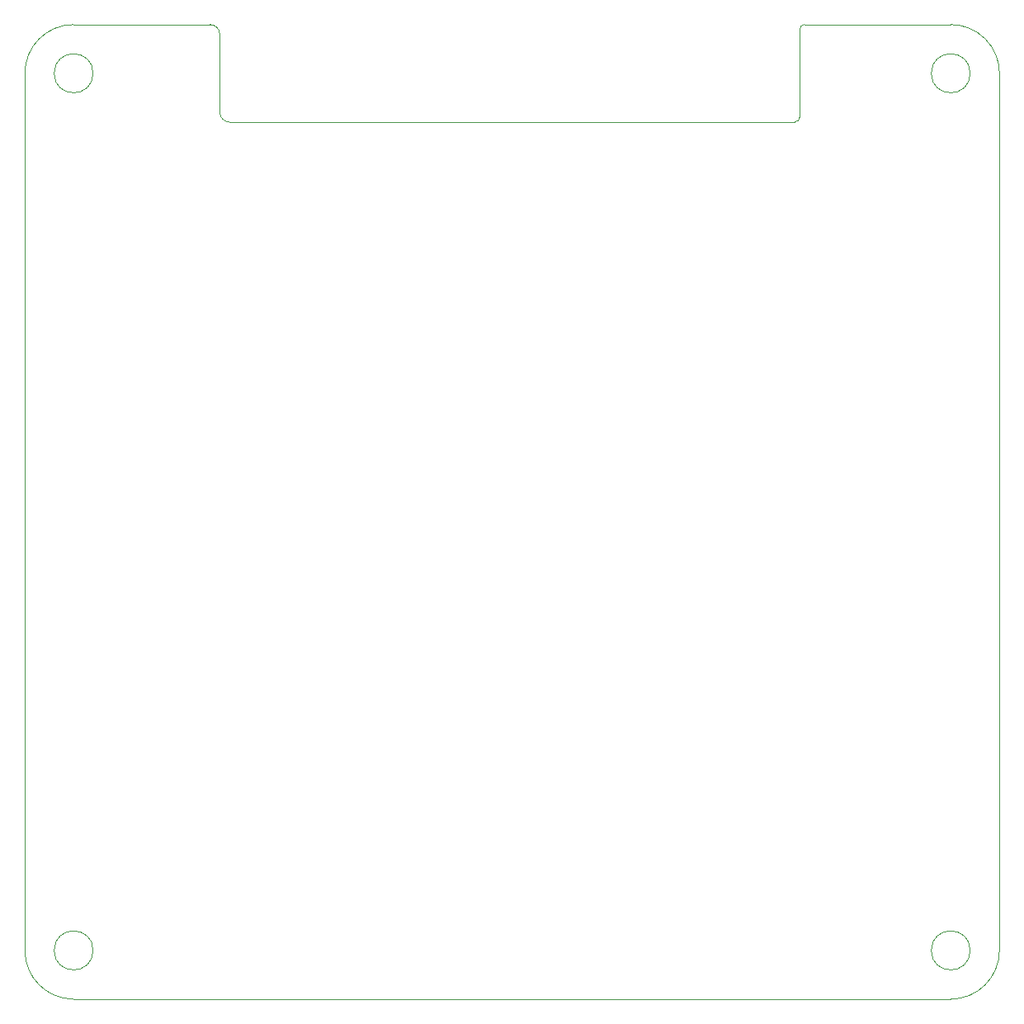
<source format=gbr>
%TF.GenerationSoftware,KiCad,Pcbnew,7.0.10*%
%TF.CreationDate,2024-02-15T17:37:22+09:00*%
%TF.ProjectId,md2,6d64322e-6b69-4636-9164-5f7063625858,rev?*%
%TF.SameCoordinates,Original*%
%TF.FileFunction,Profile,NP*%
%FSLAX46Y46*%
G04 Gerber Fmt 4.6, Leading zero omitted, Abs format (unit mm)*
G04 Created by KiCad (PCBNEW 7.0.10) date 2024-02-15 17:37:22*
%MOMM*%
%LPD*%
G01*
G04 APERTURE LIST*
%TA.AperFunction,Profile*%
%ADD10C,0.100000*%
%TD*%
G04 APERTURE END LIST*
D10*
X117500000Y-113000000D02*
G75*
G03*
X113500000Y-113000000I-2000000J0D01*
G01*
X113500000Y-113000000D02*
G75*
G03*
X117500000Y-113000000I2000000J0D01*
G01*
X20500000Y-113000000D02*
G75*
G03*
X25500000Y-118000000I5000000J0D01*
G01*
X25500000Y-118000000D02*
X115500000Y-118000000D01*
X99500000Y-28000000D02*
G75*
G03*
X100000000Y-27500000I0J500000D01*
G01*
X25500000Y-18000000D02*
G75*
G03*
X20500000Y-23000000I0J-5000000D01*
G01*
X27500000Y-23000000D02*
G75*
G03*
X23500000Y-23000000I-2000000J0D01*
G01*
X23500000Y-23000000D02*
G75*
G03*
X27500000Y-23000000I2000000J0D01*
G01*
X40500000Y-19000000D02*
G75*
G03*
X39500000Y-18000000I-1000000J0D01*
G01*
X100000000Y-27500000D02*
X100000000Y-18500000D01*
X41500000Y-28000000D02*
X99500000Y-28000000D01*
X120500000Y-23000000D02*
X120500000Y-113000000D01*
X120500000Y-23000000D02*
G75*
G03*
X115500000Y-18000000I-5000000J0D01*
G01*
X115500000Y-118000000D02*
G75*
G03*
X120500000Y-113000000I0J5000000D01*
G01*
X100500000Y-18000000D02*
X115500000Y-18000000D01*
X40500000Y-27000000D02*
G75*
G03*
X41500000Y-28000000I1000000J0D01*
G01*
X100500000Y-18000000D02*
G75*
G03*
X100000000Y-18500000I0J-500000D01*
G01*
X27500000Y-113000000D02*
G75*
G03*
X23500000Y-113000000I-2000000J0D01*
G01*
X23500000Y-113000000D02*
G75*
G03*
X27500000Y-113000000I2000000J0D01*
G01*
X25500000Y-18000000D02*
X39500000Y-18000000D01*
X20500000Y-113000000D02*
X20500000Y-23000000D01*
X40500000Y-19000000D02*
X40500000Y-27000000D01*
X117500000Y-23000000D02*
G75*
G03*
X113500000Y-23000000I-2000000J0D01*
G01*
X113500000Y-23000000D02*
G75*
G03*
X117500000Y-23000000I2000000J0D01*
G01*
M02*

</source>
